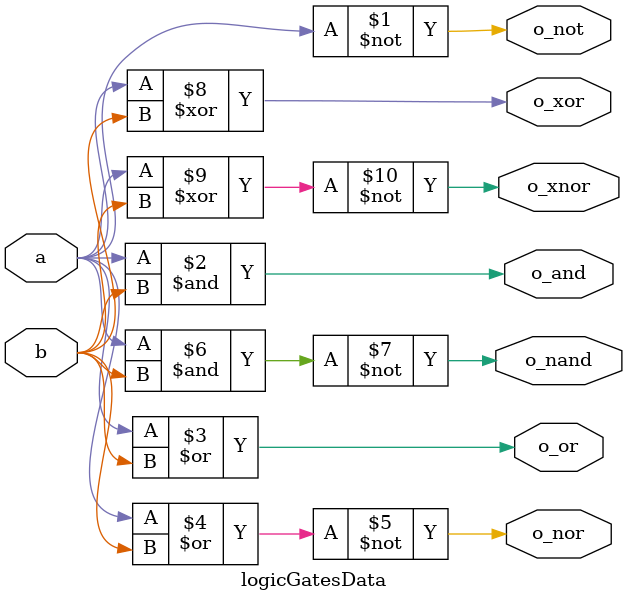
<source format=v>
`timescale 1ns / 1ps


module logicGatesData(
input a,
input b,
output o_not,
output o_and,
output o_or,
output o_nor,
output o_nand,
output o_xor,
output o_xnor
    );
  
   assign o_not = ~a;
   assign o_and = a&b;
   assign o_or = a|b;
   assign  o_nor = ~(a|b);
   assign  o_nand = ~(a&b);
   assign  o_xor = a^b ;
   assign  o_xnor = ~(a^b);
   
endmodule
 

</source>
